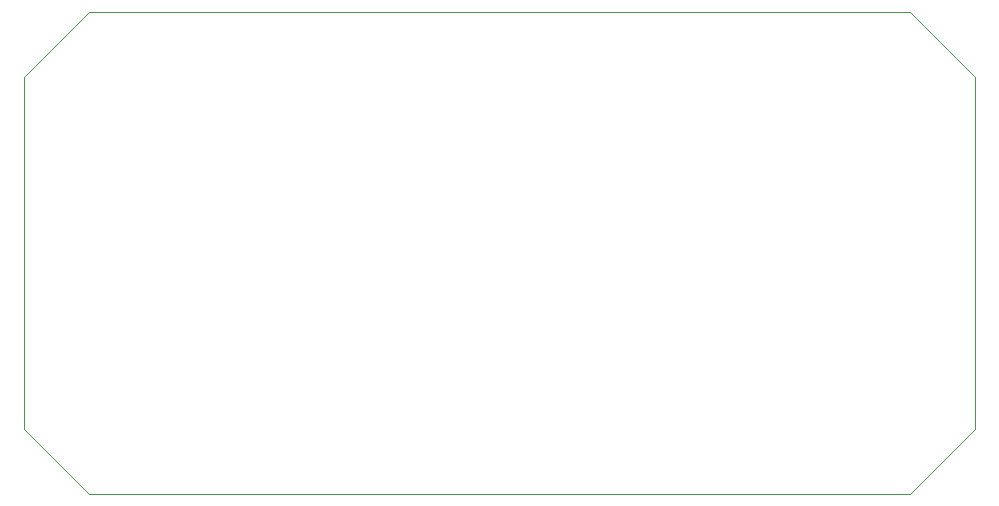
<source format=gbr>
%TF.GenerationSoftware,KiCad,Pcbnew,8.0.1*%
%TF.CreationDate,2024-07-15T00:54:35+06:00*%
%TF.ProjectId,saucey,73617563-6579-42e6-9b69-6361645f7063,1.0*%
%TF.SameCoordinates,Original*%
%TF.FileFunction,Profile,NP*%
%FSLAX46Y46*%
G04 Gerber Fmt 4.6, Leading zero omitted, Abs format (unit mm)*
G04 Created by KiCad (PCBNEW 8.0.1) date 2024-07-15 00:54:35*
%MOMM*%
%LPD*%
G01*
G04 APERTURE LIST*
%TA.AperFunction,Profile*%
%ADD10C,0.050000*%
%TD*%
G04 APERTURE END LIST*
D10*
X102500000Y-86250000D02*
X102500000Y-56500000D01*
X183000000Y-86250000D02*
X177500000Y-91750000D01*
X152000000Y-51000000D02*
X177500000Y-51000000D01*
X183000000Y-56500000D02*
X183000000Y-86250000D01*
X108000000Y-51000000D02*
X102500000Y-56500000D01*
X177500000Y-51000000D02*
X183000000Y-56500000D01*
X133500000Y-51000000D02*
X152000000Y-51000000D01*
X108000000Y-51000000D02*
X133500000Y-51000000D01*
X177500000Y-91750000D02*
X108000000Y-91750000D01*
X102500000Y-86250000D02*
X108000000Y-91750000D01*
M02*

</source>
